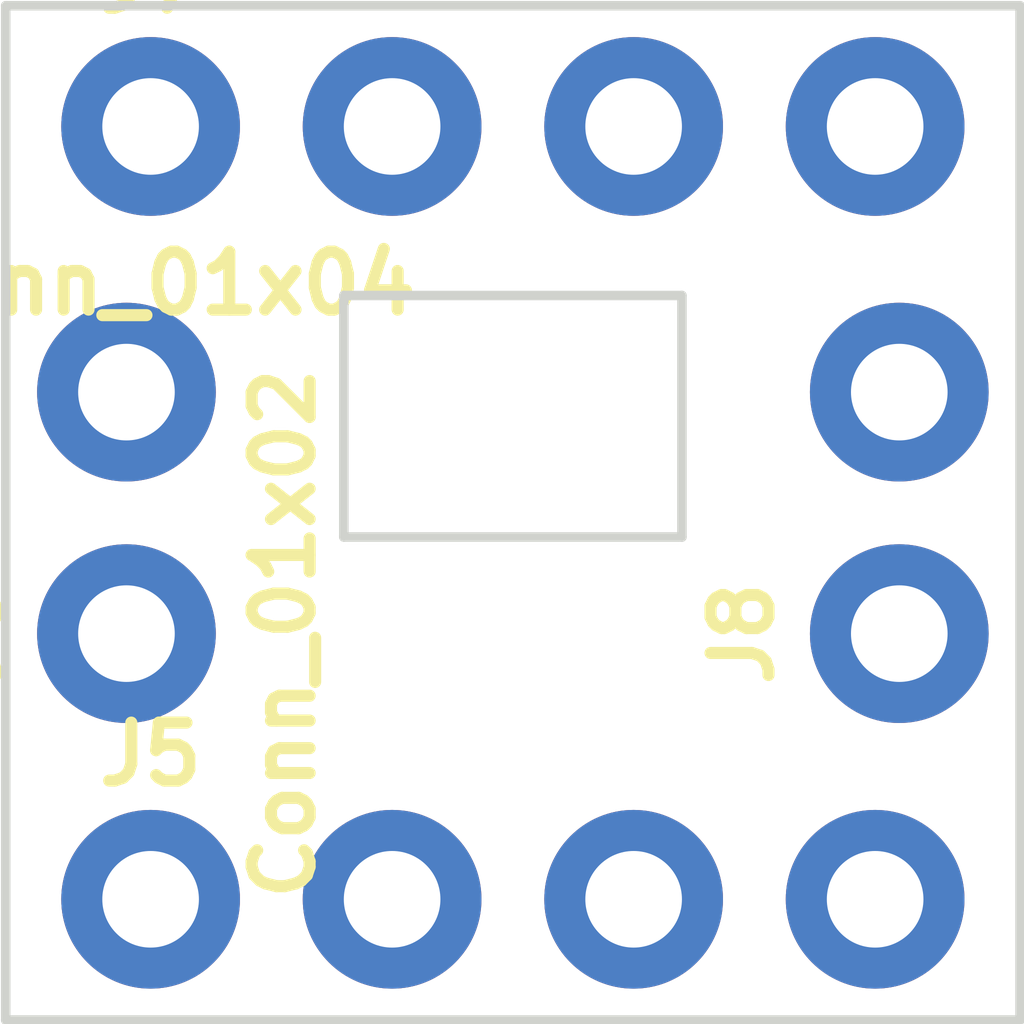
<source format=kicad_pcb>
(kicad_pcb (version 20171130) (host pcbnew "(5.1.2)-2")

  (general
    (thickness 1.6)
    (drawings 8)
    (tracks 0)
    (zones 0)
    (modules 4)
    (nets 5)
  )

  (page A4)
  (layers
    (0 F.Cu signal)
    (31 B.Cu signal)
    (32 B.Adhes user)
    (33 F.Adhes user)
    (34 B.Paste user)
    (35 F.Paste user)
    (36 B.SilkS user)
    (37 F.SilkS user)
    (38 B.Mask user)
    (39 F.Mask user)
    (40 Dwgs.User user)
    (41 Cmts.User user)
    (42 Eco1.User user)
    (43 Eco2.User user)
    (44 Edge.Cuts user)
    (45 Margin user)
    (46 B.CrtYd user)
    (47 F.CrtYd user)
    (48 B.Fab user)
    (49 F.Fab user)
  )

  (setup
    (last_trace_width 0.25)
    (trace_clearance 0.2)
    (zone_clearance 0.508)
    (zone_45_only no)
    (trace_min 0.2)
    (via_size 0.8)
    (via_drill 0.4)
    (via_min_size 0.4)
    (via_min_drill 0.3)
    (uvia_size 0.3)
    (uvia_drill 0.1)
    (uvias_allowed no)
    (uvia_min_size 0.2)
    (uvia_min_drill 0.1)
    (edge_width 0.1)
    (segment_width 0.2)
    (pcb_text_width 0.3)
    (pcb_text_size 1.5 1.5)
    (mod_edge_width 0.15)
    (mod_text_size 1 1)
    (mod_text_width 0.15)
    (pad_size 1.524 1.524)
    (pad_drill 0.762)
    (pad_to_mask_clearance 0)
    (aux_axis_origin 0 0)
    (visible_elements 7FF9FFFF)
    (pcbplotparams
      (layerselection 0x010fc_ffffffff)
      (usegerberextensions false)
      (usegerberattributes false)
      (usegerberadvancedattributes false)
      (creategerberjobfile false)
      (excludeedgelayer true)
      (linewidth 0.100000)
      (plotframeref false)
      (viasonmask false)
      (mode 1)
      (useauxorigin false)
      (hpglpennumber 1)
      (hpglpenspeed 20)
      (hpglpendiameter 15.000000)
      (psnegative false)
      (psa4output false)
      (plotreference true)
      (plotvalue true)
      (plotinvisibletext false)
      (padsonsilk false)
      (subtractmaskfromsilk false)
      (outputformat 1)
      (mirror false)
      (drillshape 1)
      (scaleselection 1)
      (outputdirectory ""))
  )

  (net 0 "")
  (net 1 GND)
  (net 2 5V)
  (net 3 LED_5V_CLOCK)
  (net 4 LED_5V_DATA)

  (net_class Default "This is the default net class."
    (clearance 0.2)
    (trace_width 0.25)
    (via_dia 0.8)
    (via_drill 0.4)
    (uvia_dia 0.3)
    (uvia_drill 0.1)
    (add_net 5V)
    (add_net GND)
    (add_net LED_5V_CLOCK)
    (add_net LED_5V_DATA)
  )

  (module Custom:1X02_ACTUAL_SIZE (layer F.Cu) (tedit 5E1A2FB6) (tstamp 5E1A46F3)
    (at 169.164 89.916 90)
    (descr "PLATED THROUGH HOLE - NO SILK OUTLINE")
    (tags "PLATED THROUGH HOLE - NO SILK OUTLINE")
    (path /5E1A5003)
    (attr virtual)
    (fp_text reference J8 (at 0 -1.651 90) (layer F.SilkS)
      (effects (font (size 0.6096 0.6096) (thickness 0.127)))
    )
    (fp_text value Conn_01x02 (at 0 1.651 90) (layer F.SilkS)
      (effects (font (size 0.6096 0.6096) (thickness 0.127)))
    )
    (fp_line (start -1.52 -1.27) (end -1.52 1.27) (layer Dwgs.User) (width 0.12))
    (fp_line (start 4.06 -1.27) (end -1.52 -1.27) (layer Dwgs.User) (width 0.12))
    (fp_line (start 4.06 1.27) (end 4.06 -1.27) (layer Dwgs.User) (width 0.12))
    (fp_line (start -1.52 1.27) (end 4.06 1.27) (layer Dwgs.User) (width 0.12))
    (pad 2 thru_hole circle (at 2.54 0 90) (size 1.8796 1.8796) (drill 1.016) (layers *.Cu *.Mask)
      (solder_mask_margin 0.1016))
    (pad 1 thru_hole circle (at 0 0 90) (size 1.8796 1.8796) (drill 1.016) (layers *.Cu *.Mask)
      (net 3 LED_5V_CLOCK) (solder_mask_margin 0.1016))
  )

  (module Custom:1X04_ACTUAL_SIZE (layer F.Cu) (tedit 5E1A2EF9) (tstamp 5E1A46E9)
    (at 161.29 84.582)
    (descr "PLATED THROUGH HOLE - 4 PIN NO SILK OUTLINE")
    (tags "PLATED THROUGH HOLE - 4 PIN NO SILK OUTLINE")
    (path /5E1A4AFD)
    (attr virtual)
    (fp_text reference J7 (at 0 -1.524) (layer F.SilkS)
      (effects (font (size 0.6096 0.6096) (thickness 0.127)))
    )
    (fp_text value Conn_01x04 (at 0 1.651) (layer F.SilkS)
      (effects (font (size 0.6096 0.6096) (thickness 0.127)))
    )
    (fp_line (start -1.52 1.27) (end -1.52 -1.27) (layer Dwgs.User) (width 0.12))
    (fp_line (start 9.14 1.27) (end -1.52 1.27) (layer Dwgs.User) (width 0.12))
    (fp_line (start 9.14 -1.27) (end 9.14 1.27) (layer Dwgs.User) (width 0.12))
    (fp_line (start -1.52 -1.27) (end 9.14 -1.27) (layer Dwgs.User) (width 0.12))
    (pad 4 thru_hole circle (at 7.62 0) (size 1.8796 1.8796) (drill 1.016) (layers *.Cu *.Mask)
      (solder_mask_margin 0.1016))
    (pad 3 thru_hole circle (at 5.08 0) (size 1.8796 1.8796) (drill 1.016) (layers *.Cu *.Mask)
      (solder_mask_margin 0.1016))
    (pad 2 thru_hole circle (at 2.54 0) (size 1.8796 1.8796) (drill 1.016) (layers *.Cu *.Mask)
      (net 4 LED_5V_DATA) (solder_mask_margin 0.1016))
    (pad 1 thru_hole circle (at 0 0) (size 1.8796 1.8796) (drill 1.016) (layers *.Cu *.Mask)
      (solder_mask_margin 0.1016))
  )

  (module Custom:1X02_ACTUAL_SIZE (layer F.Cu) (tedit 5E1A2FB6) (tstamp 5E1A46DD)
    (at 161.036 89.916 90)
    (descr "PLATED THROUGH HOLE - NO SILK OUTLINE")
    (tags "PLATED THROUGH HOLE - NO SILK OUTLINE")
    (path /5E1A5EED)
    (attr virtual)
    (fp_text reference J6 (at 0 -1.651 90) (layer F.SilkS)
      (effects (font (size 0.6096 0.6096) (thickness 0.127)))
    )
    (fp_text value Conn_01x02 (at 0 1.651 90) (layer F.SilkS)
      (effects (font (size 0.6096 0.6096) (thickness 0.127)))
    )
    (fp_line (start -1.52 -1.27) (end -1.52 1.27) (layer Dwgs.User) (width 0.12))
    (fp_line (start 4.06 -1.27) (end -1.52 -1.27) (layer Dwgs.User) (width 0.12))
    (fp_line (start 4.06 1.27) (end 4.06 -1.27) (layer Dwgs.User) (width 0.12))
    (fp_line (start -1.52 1.27) (end 4.06 1.27) (layer Dwgs.User) (width 0.12))
    (pad 2 thru_hole circle (at 2.54 0 90) (size 1.8796 1.8796) (drill 1.016) (layers *.Cu *.Mask)
      (solder_mask_margin 0.1016))
    (pad 1 thru_hole circle (at 0 0 90) (size 1.8796 1.8796) (drill 1.016) (layers *.Cu *.Mask)
      (net 2 5V) (solder_mask_margin 0.1016))
  )

  (module Custom:1X04_ACTUAL_SIZE (layer F.Cu) (tedit 5E1A2EF9) (tstamp 5E1A46D3)
    (at 161.29 92.71)
    (descr "PLATED THROUGH HOLE - 4 PIN NO SILK OUTLINE")
    (tags "PLATED THROUGH HOLE - 4 PIN NO SILK OUTLINE")
    (path /5E1A3CFF)
    (attr virtual)
    (fp_text reference J5 (at 0 -1.524) (layer F.SilkS)
      (effects (font (size 0.6096 0.6096) (thickness 0.127)))
    )
    (fp_text value Conn_01x04 (at 0 1.651) (layer F.SilkS)
      (effects (font (size 0.6096 0.6096) (thickness 0.127)))
    )
    (fp_line (start -1.52 1.27) (end -1.52 -1.27) (layer Dwgs.User) (width 0.12))
    (fp_line (start 9.14 1.27) (end -1.52 1.27) (layer Dwgs.User) (width 0.12))
    (fp_line (start 9.14 -1.27) (end 9.14 1.27) (layer Dwgs.User) (width 0.12))
    (fp_line (start -1.52 -1.27) (end 9.14 -1.27) (layer Dwgs.User) (width 0.12))
    (pad 4 thru_hole circle (at 7.62 0) (size 1.8796 1.8796) (drill 1.016) (layers *.Cu *.Mask)
      (solder_mask_margin 0.1016))
    (pad 3 thru_hole circle (at 5.08 0) (size 1.8796 1.8796) (drill 1.016) (layers *.Cu *.Mask)
      (solder_mask_margin 0.1016))
    (pad 2 thru_hole circle (at 2.54 0) (size 1.8796 1.8796) (drill 1.016) (layers *.Cu *.Mask)
      (net 1 GND) (solder_mask_margin 0.1016))
    (pad 1 thru_hole circle (at 0 0) (size 1.8796 1.8796) (drill 1.016) (layers *.Cu *.Mask)
      (solder_mask_margin 0.1016))
  )

  (gr_line (start 159.766 93.98) (end 159.766 83.312) (layer Edge.Cuts) (width 0.1) (tstamp 5E1BBE47))
  (gr_line (start 170.434 83.312) (end 159.766 83.312) (layer Edge.Cuts) (width 0.1))
  (gr_line (start 170.434 93.98) (end 170.434 83.312) (layer Edge.Cuts) (width 0.1))
  (gr_line (start 159.766 93.98) (end 170.434 93.98) (layer Edge.Cuts) (width 0.1))
  (gr_line (start 163.322 86.36) (end 163.322 88.9) (layer Edge.Cuts) (width 0.1) (tstamp 5E1BBAA0))
  (gr_line (start 166.878 86.36) (end 163.322 86.36) (layer Edge.Cuts) (width 0.1))
  (gr_line (start 166.878 88.9) (end 166.878 86.36) (layer Edge.Cuts) (width 0.1))
  (gr_line (start 163.322 88.9) (end 166.878 88.9) (layer Edge.Cuts) (width 0.1))

)

</source>
